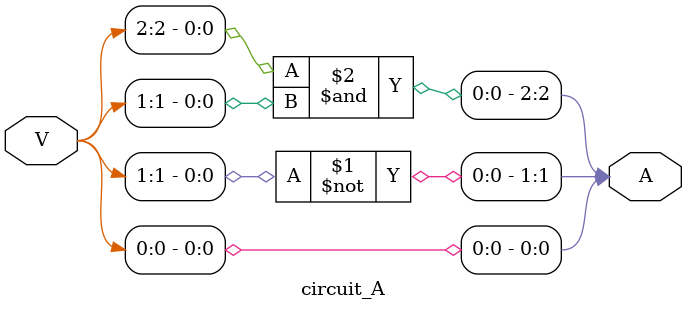
<source format=v>
module circuit_A (V,A);
	
	input [2:0] V;
	output [2:0] A;
	
	assign A[0] = V[0];
	assign A[1] = ~V[1];
	assign A[2] = (V[2] & V[1]);
	
endmodule 
</source>
